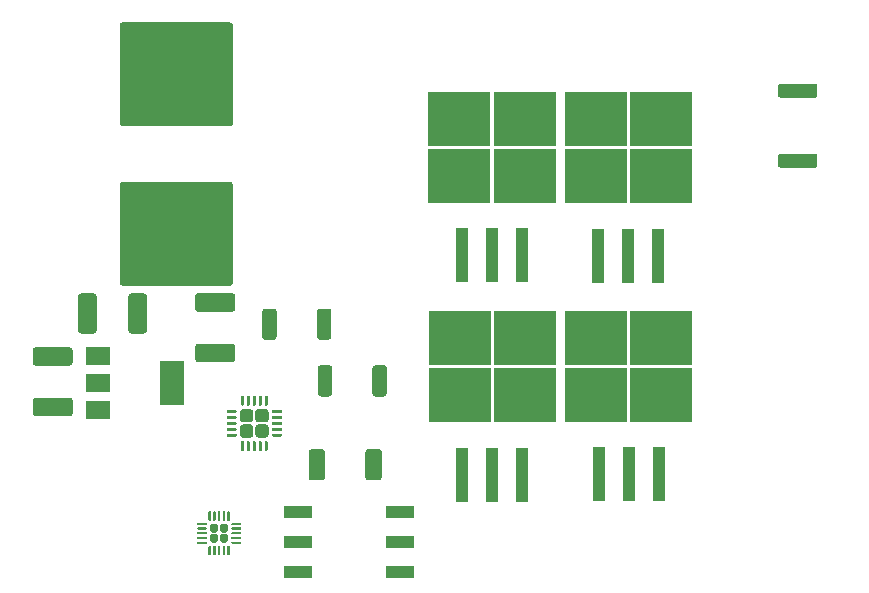
<source format=gtp>
G04 #@! TF.GenerationSoftware,KiCad,Pcbnew,(5.1.10)-1*
G04 #@! TF.CreationDate,2021-06-12T15:14:09-04:00*
G04 #@! TF.ProjectId,Motor Controller 2020,4d6f746f-7220-4436-9f6e-74726f6c6c65,rev?*
G04 #@! TF.SameCoordinates,Original*
G04 #@! TF.FileFunction,Paste,Top*
G04 #@! TF.FilePolarity,Positive*
%FSLAX46Y46*%
G04 Gerber Fmt 4.6, Leading zero omitted, Abs format (unit mm)*
G04 Created by KiCad (PCBNEW (5.1.10)-1) date 2021-06-12 15:14:09*
%MOMM*%
%LPD*%
G01*
G04 APERTURE LIST*
%ADD10C,3.100000*%
%ADD11R,2.440000X1.120000*%
%ADD12R,2.000000X3.800000*%
%ADD13R,2.000000X1.500000*%
%ADD14R,1.100000X4.600000*%
%ADD15R,5.250000X4.550000*%
%ADD16C,0.150000*%
G04 APERTURE END LIST*
D11*
X132505000Y-92202000D03*
X123895000Y-87122000D03*
X132505000Y-89662000D03*
X123895000Y-89662000D03*
X132505000Y-87122000D03*
X123895000Y-92202000D03*
D12*
X113259000Y-76200000D03*
D13*
X106959000Y-76200000D03*
X106959000Y-78500000D03*
X106959000Y-73900000D03*
G36*
G01*
X101673998Y-77423000D02*
X104574002Y-77423000D01*
G75*
G02*
X104824000Y-77672998I0J-249998D01*
G01*
X104824000Y-78748002D01*
G75*
G02*
X104574002Y-78998000I-249998J0D01*
G01*
X101673998Y-78998000D01*
G75*
G02*
X101424000Y-78748002I0J249998D01*
G01*
X101424000Y-77672998D01*
G75*
G02*
X101673998Y-77423000I249998J0D01*
G01*
G37*
G36*
G01*
X101673998Y-73148000D02*
X104574002Y-73148000D01*
G75*
G02*
X104824000Y-73397998I0J-249998D01*
G01*
X104824000Y-74473002D01*
G75*
G02*
X104574002Y-74723000I-249998J0D01*
G01*
X101673998Y-74723000D01*
G75*
G02*
X101424000Y-74473002I0J249998D01*
G01*
X101424000Y-73397998D01*
G75*
G02*
X101673998Y-73148000I249998J0D01*
G01*
G37*
G36*
G01*
X109049997Y-59150000D02*
X118150003Y-59150000D01*
G75*
G02*
X118400000Y-59399997I0J-249997D01*
G01*
X118400000Y-67700003D01*
G75*
G02*
X118150003Y-67950000I-249997J0D01*
G01*
X109049997Y-67950000D01*
G75*
G02*
X108800000Y-67700003I0J249997D01*
G01*
X108800000Y-59399997D01*
G75*
G02*
X109049997Y-59150000I249997J0D01*
G01*
G37*
G36*
G01*
X109049997Y-45650000D02*
X118150003Y-45650000D01*
G75*
G02*
X118400000Y-45899997I0J-249997D01*
G01*
X118400000Y-54200003D01*
G75*
G02*
X118150003Y-54450000I-249997J0D01*
G01*
X109049997Y-54450000D01*
G75*
G02*
X108800000Y-54200003I0J249997D01*
G01*
X108800000Y-45899997D01*
G75*
G02*
X109049997Y-45650000I249997J0D01*
G01*
G37*
D14*
X137795000Y-65376000D03*
X140335000Y-65376000D03*
X142875000Y-65376000D03*
D15*
X143110000Y-53801000D03*
X137560000Y-58651000D03*
X137560000Y-53801000D03*
X143110000Y-58651000D03*
X143129000Y-77205000D03*
X137579000Y-72355000D03*
X137579000Y-77205000D03*
X143129000Y-72355000D03*
D14*
X142894000Y-83930000D03*
X140354000Y-83930000D03*
X137814000Y-83930000D03*
D15*
X154648000Y-58663000D03*
X149098000Y-53813000D03*
X149098000Y-58663000D03*
X154648000Y-53813000D03*
D14*
X154413000Y-65388000D03*
X151873000Y-65388000D03*
X149333000Y-65388000D03*
X149352000Y-83918000D03*
X151892000Y-83918000D03*
X154432000Y-83918000D03*
D15*
X154667000Y-72343000D03*
X149117000Y-77193000D03*
X149117000Y-72343000D03*
X154667000Y-77193000D03*
G36*
G01*
X167625001Y-57975000D02*
X164774999Y-57975000D01*
G75*
G02*
X164525000Y-57725001I0J249999D01*
G01*
X164525000Y-56999999D01*
G75*
G02*
X164774999Y-56750000I249999J0D01*
G01*
X167625001Y-56750000D01*
G75*
G02*
X167875000Y-56999999I0J-249999D01*
G01*
X167875000Y-57725001D01*
G75*
G02*
X167625001Y-57975000I-249999J0D01*
G01*
G37*
G36*
G01*
X167625001Y-52050000D02*
X164774999Y-52050000D01*
G75*
G02*
X164525000Y-51800001I0J249999D01*
G01*
X164525000Y-51074999D01*
G75*
G02*
X164774999Y-50825000I249999J0D01*
G01*
X167625001Y-50825000D01*
G75*
G02*
X167875000Y-51074999I0J-249999D01*
G01*
X167875000Y-51800001D01*
G75*
G02*
X167625001Y-52050000I-249999J0D01*
G01*
G37*
G36*
G01*
X120875000Y-72275001D02*
X120875000Y-70124999D01*
G75*
G02*
X121124999Y-69875000I249999J0D01*
G01*
X121850001Y-69875000D01*
G75*
G02*
X122100000Y-70124999I0J-249999D01*
G01*
X122100000Y-72275001D01*
G75*
G02*
X121850001Y-72525000I-249999J0D01*
G01*
X121124999Y-72525000D01*
G75*
G02*
X120875000Y-72275001I0J249999D01*
G01*
G37*
G36*
G01*
X125500000Y-72275001D02*
X125500000Y-70124999D01*
G75*
G02*
X125749999Y-69875000I249999J0D01*
G01*
X126475001Y-69875000D01*
G75*
G02*
X126725000Y-70124999I0J-249999D01*
G01*
X126725000Y-72275001D01*
G75*
G02*
X126475001Y-72525000I-249999J0D01*
G01*
X125749999Y-72525000D01*
G75*
G02*
X125500000Y-72275001I0J249999D01*
G01*
G37*
G36*
G01*
X130200000Y-77075001D02*
X130200000Y-74924999D01*
G75*
G02*
X130449999Y-74675000I249999J0D01*
G01*
X131175001Y-74675000D01*
G75*
G02*
X131425000Y-74924999I0J-249999D01*
G01*
X131425000Y-77075001D01*
G75*
G02*
X131175001Y-77325000I-249999J0D01*
G01*
X130449999Y-77325000D01*
G75*
G02*
X130200000Y-77075001I0J249999D01*
G01*
G37*
G36*
G01*
X125575000Y-77075001D02*
X125575000Y-74924999D01*
G75*
G02*
X125824999Y-74675000I249999J0D01*
G01*
X126550001Y-74675000D01*
G75*
G02*
X126800000Y-74924999I0J-249999D01*
G01*
X126800000Y-77075001D01*
G75*
G02*
X126550001Y-77325000I-249999J0D01*
G01*
X125824999Y-77325000D01*
G75*
G02*
X125575000Y-77075001I0J249999D01*
G01*
G37*
G36*
G01*
X115449998Y-68575000D02*
X118350002Y-68575000D01*
G75*
G02*
X118600000Y-68824998I0J-249998D01*
G01*
X118600000Y-69900002D01*
G75*
G02*
X118350002Y-70150000I-249998J0D01*
G01*
X115449998Y-70150000D01*
G75*
G02*
X115200000Y-69900002I0J249998D01*
G01*
X115200000Y-68824998D01*
G75*
G02*
X115449998Y-68575000I249998J0D01*
G01*
G37*
G36*
G01*
X115449998Y-72850000D02*
X118350002Y-72850000D01*
G75*
G02*
X118600000Y-73099998I0J-249998D01*
G01*
X118600000Y-74175002D01*
G75*
G02*
X118350002Y-74425000I-249998J0D01*
G01*
X115449998Y-74425000D01*
G75*
G02*
X115200000Y-74175002I0J249998D01*
G01*
X115200000Y-73099998D01*
G75*
G02*
X115449998Y-72850000I249998J0D01*
G01*
G37*
G36*
G01*
X131000000Y-82024999D02*
X131000000Y-84175001D01*
G75*
G02*
X130750001Y-84425000I-249999J0D01*
G01*
X129849999Y-84425000D01*
G75*
G02*
X129600000Y-84175001I0J249999D01*
G01*
X129600000Y-82024999D01*
G75*
G02*
X129849999Y-81775000I249999J0D01*
G01*
X130750001Y-81775000D01*
G75*
G02*
X131000000Y-82024999I0J-249999D01*
G01*
G37*
G36*
G01*
X126200000Y-82024999D02*
X126200000Y-84175001D01*
G75*
G02*
X125950001Y-84425000I-249999J0D01*
G01*
X125049999Y-84425000D01*
G75*
G02*
X124800000Y-84175001I0J249999D01*
G01*
X124800000Y-82024999D01*
G75*
G02*
X125049999Y-81775000I249999J0D01*
G01*
X125950001Y-81775000D01*
G75*
G02*
X126200000Y-82024999I0J-249999D01*
G01*
G37*
G36*
G01*
X122550000Y-80537500D02*
X122550000Y-80662500D01*
G75*
G02*
X122487500Y-80725000I-62500J0D01*
G01*
X121762500Y-80725000D01*
G75*
G02*
X121700000Y-80662500I0J62500D01*
G01*
X121700000Y-80537500D01*
G75*
G02*
X121762500Y-80475000I62500J0D01*
G01*
X122487500Y-80475000D01*
G75*
G02*
X122550000Y-80537500I0J-62500D01*
G01*
G37*
G36*
G01*
X122550000Y-80037500D02*
X122550000Y-80162500D01*
G75*
G02*
X122487500Y-80225000I-62500J0D01*
G01*
X121762500Y-80225000D01*
G75*
G02*
X121700000Y-80162500I0J62500D01*
G01*
X121700000Y-80037500D01*
G75*
G02*
X121762500Y-79975000I62500J0D01*
G01*
X122487500Y-79975000D01*
G75*
G02*
X122550000Y-80037500I0J-62500D01*
G01*
G37*
G36*
G01*
X122550000Y-79537500D02*
X122550000Y-79662500D01*
G75*
G02*
X122487500Y-79725000I-62500J0D01*
G01*
X121762500Y-79725000D01*
G75*
G02*
X121700000Y-79662500I0J62500D01*
G01*
X121700000Y-79537500D01*
G75*
G02*
X121762500Y-79475000I62500J0D01*
G01*
X122487500Y-79475000D01*
G75*
G02*
X122550000Y-79537500I0J-62500D01*
G01*
G37*
G36*
G01*
X122550000Y-79037500D02*
X122550000Y-79162500D01*
G75*
G02*
X122487500Y-79225000I-62500J0D01*
G01*
X121762500Y-79225000D01*
G75*
G02*
X121700000Y-79162500I0J62500D01*
G01*
X121700000Y-79037500D01*
G75*
G02*
X121762500Y-78975000I62500J0D01*
G01*
X122487500Y-78975000D01*
G75*
G02*
X122550000Y-79037500I0J-62500D01*
G01*
G37*
G36*
G01*
X122550000Y-78537500D02*
X122550000Y-78662500D01*
G75*
G02*
X122487500Y-78725000I-62500J0D01*
G01*
X121762500Y-78725000D01*
G75*
G02*
X121700000Y-78662500I0J62500D01*
G01*
X121700000Y-78537500D01*
G75*
G02*
X121762500Y-78475000I62500J0D01*
G01*
X122487500Y-78475000D01*
G75*
G02*
X122550000Y-78537500I0J-62500D01*
G01*
G37*
G36*
G01*
X121325000Y-77312500D02*
X121325000Y-78037500D01*
G75*
G02*
X121262500Y-78100000I-62500J0D01*
G01*
X121137500Y-78100000D01*
G75*
G02*
X121075000Y-78037500I0J62500D01*
G01*
X121075000Y-77312500D01*
G75*
G02*
X121137500Y-77250000I62500J0D01*
G01*
X121262500Y-77250000D01*
G75*
G02*
X121325000Y-77312500I0J-62500D01*
G01*
G37*
G36*
G01*
X120825000Y-77312500D02*
X120825000Y-78037500D01*
G75*
G02*
X120762500Y-78100000I-62500J0D01*
G01*
X120637500Y-78100000D01*
G75*
G02*
X120575000Y-78037500I0J62500D01*
G01*
X120575000Y-77312500D01*
G75*
G02*
X120637500Y-77250000I62500J0D01*
G01*
X120762500Y-77250000D01*
G75*
G02*
X120825000Y-77312500I0J-62500D01*
G01*
G37*
G36*
G01*
X120325000Y-77312500D02*
X120325000Y-78037500D01*
G75*
G02*
X120262500Y-78100000I-62500J0D01*
G01*
X120137500Y-78100000D01*
G75*
G02*
X120075000Y-78037500I0J62500D01*
G01*
X120075000Y-77312500D01*
G75*
G02*
X120137500Y-77250000I62500J0D01*
G01*
X120262500Y-77250000D01*
G75*
G02*
X120325000Y-77312500I0J-62500D01*
G01*
G37*
G36*
G01*
X119825000Y-77312500D02*
X119825000Y-78037500D01*
G75*
G02*
X119762500Y-78100000I-62500J0D01*
G01*
X119637500Y-78100000D01*
G75*
G02*
X119575000Y-78037500I0J62500D01*
G01*
X119575000Y-77312500D01*
G75*
G02*
X119637500Y-77250000I62500J0D01*
G01*
X119762500Y-77250000D01*
G75*
G02*
X119825000Y-77312500I0J-62500D01*
G01*
G37*
G36*
G01*
X119325000Y-77312500D02*
X119325000Y-78037500D01*
G75*
G02*
X119262500Y-78100000I-62500J0D01*
G01*
X119137500Y-78100000D01*
G75*
G02*
X119075000Y-78037500I0J62500D01*
G01*
X119075000Y-77312500D01*
G75*
G02*
X119137500Y-77250000I62500J0D01*
G01*
X119262500Y-77250000D01*
G75*
G02*
X119325000Y-77312500I0J-62500D01*
G01*
G37*
G36*
G01*
X118700000Y-78537500D02*
X118700000Y-78662500D01*
G75*
G02*
X118637500Y-78725000I-62500J0D01*
G01*
X117912500Y-78725000D01*
G75*
G02*
X117850000Y-78662500I0J62500D01*
G01*
X117850000Y-78537500D01*
G75*
G02*
X117912500Y-78475000I62500J0D01*
G01*
X118637500Y-78475000D01*
G75*
G02*
X118700000Y-78537500I0J-62500D01*
G01*
G37*
G36*
G01*
X118700000Y-79037500D02*
X118700000Y-79162500D01*
G75*
G02*
X118637500Y-79225000I-62500J0D01*
G01*
X117912500Y-79225000D01*
G75*
G02*
X117850000Y-79162500I0J62500D01*
G01*
X117850000Y-79037500D01*
G75*
G02*
X117912500Y-78975000I62500J0D01*
G01*
X118637500Y-78975000D01*
G75*
G02*
X118700000Y-79037500I0J-62500D01*
G01*
G37*
G36*
G01*
X118700000Y-79537500D02*
X118700000Y-79662500D01*
G75*
G02*
X118637500Y-79725000I-62500J0D01*
G01*
X117912500Y-79725000D01*
G75*
G02*
X117850000Y-79662500I0J62500D01*
G01*
X117850000Y-79537500D01*
G75*
G02*
X117912500Y-79475000I62500J0D01*
G01*
X118637500Y-79475000D01*
G75*
G02*
X118700000Y-79537500I0J-62500D01*
G01*
G37*
G36*
G01*
X118700000Y-80037500D02*
X118700000Y-80162500D01*
G75*
G02*
X118637500Y-80225000I-62500J0D01*
G01*
X117912500Y-80225000D01*
G75*
G02*
X117850000Y-80162500I0J62500D01*
G01*
X117850000Y-80037500D01*
G75*
G02*
X117912500Y-79975000I62500J0D01*
G01*
X118637500Y-79975000D01*
G75*
G02*
X118700000Y-80037500I0J-62500D01*
G01*
G37*
G36*
G01*
X118700000Y-80537500D02*
X118700000Y-80662500D01*
G75*
G02*
X118637500Y-80725000I-62500J0D01*
G01*
X117912500Y-80725000D01*
G75*
G02*
X117850000Y-80662500I0J62500D01*
G01*
X117850000Y-80537500D01*
G75*
G02*
X117912500Y-80475000I62500J0D01*
G01*
X118637500Y-80475000D01*
G75*
G02*
X118700000Y-80537500I0J-62500D01*
G01*
G37*
G36*
G01*
X119325000Y-81162500D02*
X119325000Y-81887500D01*
G75*
G02*
X119262500Y-81950000I-62500J0D01*
G01*
X119137500Y-81950000D01*
G75*
G02*
X119075000Y-81887500I0J62500D01*
G01*
X119075000Y-81162500D01*
G75*
G02*
X119137500Y-81100000I62500J0D01*
G01*
X119262500Y-81100000D01*
G75*
G02*
X119325000Y-81162500I0J-62500D01*
G01*
G37*
G36*
G01*
X119825000Y-81162500D02*
X119825000Y-81887500D01*
G75*
G02*
X119762500Y-81950000I-62500J0D01*
G01*
X119637500Y-81950000D01*
G75*
G02*
X119575000Y-81887500I0J62500D01*
G01*
X119575000Y-81162500D01*
G75*
G02*
X119637500Y-81100000I62500J0D01*
G01*
X119762500Y-81100000D01*
G75*
G02*
X119825000Y-81162500I0J-62500D01*
G01*
G37*
G36*
G01*
X120325000Y-81162500D02*
X120325000Y-81887500D01*
G75*
G02*
X120262500Y-81950000I-62500J0D01*
G01*
X120137500Y-81950000D01*
G75*
G02*
X120075000Y-81887500I0J62500D01*
G01*
X120075000Y-81162500D01*
G75*
G02*
X120137500Y-81100000I62500J0D01*
G01*
X120262500Y-81100000D01*
G75*
G02*
X120325000Y-81162500I0J-62500D01*
G01*
G37*
G36*
G01*
X120825000Y-81162500D02*
X120825000Y-81887500D01*
G75*
G02*
X120762500Y-81950000I-62500J0D01*
G01*
X120637500Y-81950000D01*
G75*
G02*
X120575000Y-81887500I0J62500D01*
G01*
X120575000Y-81162500D01*
G75*
G02*
X120637500Y-81100000I62500J0D01*
G01*
X120762500Y-81100000D01*
G75*
G02*
X120825000Y-81162500I0J-62500D01*
G01*
G37*
G36*
G01*
X121325000Y-81162500D02*
X121325000Y-81887500D01*
G75*
G02*
X121262500Y-81950000I-62500J0D01*
G01*
X121137500Y-81950000D01*
G75*
G02*
X121075000Y-81887500I0J62500D01*
G01*
X121075000Y-81162500D01*
G75*
G02*
X121137500Y-81100000I62500J0D01*
G01*
X121262500Y-81100000D01*
G75*
G02*
X121325000Y-81162500I0J-62500D01*
G01*
G37*
G36*
G01*
X121415000Y-79935000D02*
X121415000Y-80565000D01*
G75*
G02*
X121165000Y-80815000I-250000J0D01*
G01*
X120535000Y-80815000D01*
G75*
G02*
X120285000Y-80565000I0J250000D01*
G01*
X120285000Y-79935000D01*
G75*
G02*
X120535000Y-79685000I250000J0D01*
G01*
X121165000Y-79685000D01*
G75*
G02*
X121415000Y-79935000I0J-250000D01*
G01*
G37*
G36*
G01*
X121415000Y-78635000D02*
X121415000Y-79265000D01*
G75*
G02*
X121165000Y-79515000I-250000J0D01*
G01*
X120535000Y-79515000D01*
G75*
G02*
X120285000Y-79265000I0J250000D01*
G01*
X120285000Y-78635000D01*
G75*
G02*
X120535000Y-78385000I250000J0D01*
G01*
X121165000Y-78385000D01*
G75*
G02*
X121415000Y-78635000I0J-250000D01*
G01*
G37*
G36*
G01*
X120115000Y-79935000D02*
X120115000Y-80565000D01*
G75*
G02*
X119865000Y-80815000I-250000J0D01*
G01*
X119235000Y-80815000D01*
G75*
G02*
X118985000Y-80565000I0J250000D01*
G01*
X118985000Y-79935000D01*
G75*
G02*
X119235000Y-79685000I250000J0D01*
G01*
X119865000Y-79685000D01*
G75*
G02*
X120115000Y-79935000I0J-250000D01*
G01*
G37*
G36*
G01*
X120115000Y-78635000D02*
X120115000Y-79265000D01*
G75*
G02*
X119865000Y-79515000I-250000J0D01*
G01*
X119235000Y-79515000D01*
G75*
G02*
X118985000Y-79265000I0J250000D01*
G01*
X118985000Y-78635000D01*
G75*
G02*
X119235000Y-78385000I250000J0D01*
G01*
X119865000Y-78385000D01*
G75*
G02*
X120115000Y-78635000I0J-250000D01*
G01*
G37*
G36*
G01*
X105275000Y-71750002D02*
X105275000Y-68849998D01*
G75*
G02*
X105524998Y-68600000I249998J0D01*
G01*
X106600002Y-68600000D01*
G75*
G02*
X106850000Y-68849998I0J-249998D01*
G01*
X106850000Y-71750002D01*
G75*
G02*
X106600002Y-72000000I-249998J0D01*
G01*
X105524998Y-72000000D01*
G75*
G02*
X105275000Y-71750002I0J249998D01*
G01*
G37*
G36*
G01*
X109550000Y-71750002D02*
X109550000Y-68849998D01*
G75*
G02*
X109799998Y-68600000I249998J0D01*
G01*
X110875002Y-68600000D01*
G75*
G02*
X111125000Y-68849998I0J-249998D01*
G01*
X111125000Y-71750002D01*
G75*
G02*
X110875002Y-72000000I-249998J0D01*
G01*
X109799998Y-72000000D01*
G75*
G02*
X109550000Y-71750002I0J249998D01*
G01*
G37*
D16*
G36*
X118361956Y-89799039D02*
G01*
X118352577Y-89796194D01*
X118343932Y-89791573D01*
X118336356Y-89785355D01*
X118285645Y-89734644D01*
X118279427Y-89727068D01*
X118274806Y-89718423D01*
X118271961Y-89709044D01*
X118271000Y-89699289D01*
X118271000Y-89650000D01*
X118271961Y-89640245D01*
X118274806Y-89630866D01*
X118279427Y-89622221D01*
X118285645Y-89614645D01*
X118293221Y-89608427D01*
X118301866Y-89603806D01*
X118311245Y-89600961D01*
X118321000Y-89600000D01*
X119021000Y-89600000D01*
X119030755Y-89600961D01*
X119040134Y-89603806D01*
X119048779Y-89608427D01*
X119056355Y-89614645D01*
X119062573Y-89622221D01*
X119067194Y-89630866D01*
X119070039Y-89640245D01*
X119071000Y-89650000D01*
X119071000Y-89750000D01*
X119070039Y-89759755D01*
X119067194Y-89769134D01*
X119062573Y-89777779D01*
X119056355Y-89785355D01*
X119048779Y-89791573D01*
X119040134Y-89796194D01*
X119030755Y-89799039D01*
X119021000Y-89800000D01*
X118371711Y-89800000D01*
X118361956Y-89799039D01*
G37*
G36*
G01*
X119071000Y-89250000D02*
X119071000Y-89350000D01*
G75*
G02*
X119021000Y-89400000I-50000J0D01*
G01*
X118321000Y-89400000D01*
G75*
G02*
X118271000Y-89350000I0J50000D01*
G01*
X118271000Y-89250000D01*
G75*
G02*
X118321000Y-89200000I50000J0D01*
G01*
X119021000Y-89200000D01*
G75*
G02*
X119071000Y-89250000I0J-50000D01*
G01*
G37*
G36*
G01*
X119071000Y-88850000D02*
X119071000Y-88950000D01*
G75*
G02*
X119021000Y-89000000I-50000J0D01*
G01*
X118321000Y-89000000D01*
G75*
G02*
X118271000Y-88950000I0J50000D01*
G01*
X118271000Y-88850000D01*
G75*
G02*
X118321000Y-88800000I50000J0D01*
G01*
X119021000Y-88800000D01*
G75*
G02*
X119071000Y-88850000I0J-50000D01*
G01*
G37*
G36*
G01*
X119071000Y-88450000D02*
X119071000Y-88550000D01*
G75*
G02*
X119021000Y-88600000I-50000J0D01*
G01*
X118321000Y-88600000D01*
G75*
G02*
X118271000Y-88550000I0J50000D01*
G01*
X118271000Y-88450000D01*
G75*
G02*
X118321000Y-88400000I50000J0D01*
G01*
X119021000Y-88400000D01*
G75*
G02*
X119071000Y-88450000I0J-50000D01*
G01*
G37*
G36*
X118311245Y-88199039D02*
G01*
X118301866Y-88196194D01*
X118293221Y-88191573D01*
X118285645Y-88185355D01*
X118279427Y-88177779D01*
X118274806Y-88169134D01*
X118271961Y-88159755D01*
X118271000Y-88150000D01*
X118271000Y-88100711D01*
X118271961Y-88090956D01*
X118274806Y-88081577D01*
X118279427Y-88072932D01*
X118285645Y-88065356D01*
X118336356Y-88014645D01*
X118343932Y-88008427D01*
X118352577Y-88003806D01*
X118361956Y-88000961D01*
X118371711Y-88000000D01*
X119021000Y-88000000D01*
X119030755Y-88000961D01*
X119040134Y-88003806D01*
X119048779Y-88008427D01*
X119056355Y-88014645D01*
X119062573Y-88022221D01*
X119067194Y-88030866D01*
X119070039Y-88040245D01*
X119071000Y-88050000D01*
X119071000Y-88150000D01*
X119070039Y-88159755D01*
X119067194Y-88169134D01*
X119062573Y-88177779D01*
X119056355Y-88185355D01*
X119048779Y-88191573D01*
X119040134Y-88196194D01*
X119030755Y-88199039D01*
X119021000Y-88200000D01*
X118321000Y-88200000D01*
X118311245Y-88199039D01*
G37*
G36*
X117961245Y-87849039D02*
G01*
X117951866Y-87846194D01*
X117943221Y-87841573D01*
X117935645Y-87835355D01*
X117929427Y-87827779D01*
X117924806Y-87819134D01*
X117921961Y-87809755D01*
X117921000Y-87800000D01*
X117921000Y-87100000D01*
X117921961Y-87090245D01*
X117924806Y-87080866D01*
X117929427Y-87072221D01*
X117935645Y-87064645D01*
X117943221Y-87058427D01*
X117951866Y-87053806D01*
X117961245Y-87050961D01*
X117971000Y-87050000D01*
X118071000Y-87050000D01*
X118080755Y-87050961D01*
X118090134Y-87053806D01*
X118098779Y-87058427D01*
X118106355Y-87064645D01*
X118112573Y-87072221D01*
X118117194Y-87080866D01*
X118120039Y-87090245D01*
X118121000Y-87100000D01*
X118121000Y-87749289D01*
X118120039Y-87759044D01*
X118117194Y-87768423D01*
X118112573Y-87777068D01*
X118106355Y-87784644D01*
X118055644Y-87835355D01*
X118048068Y-87841573D01*
X118039423Y-87846194D01*
X118030044Y-87849039D01*
X118020289Y-87850000D01*
X117971000Y-87850000D01*
X117961245Y-87849039D01*
G37*
G36*
G01*
X117721000Y-87100000D02*
X117721000Y-87800000D01*
G75*
G02*
X117671000Y-87850000I-50000J0D01*
G01*
X117571000Y-87850000D01*
G75*
G02*
X117521000Y-87800000I0J50000D01*
G01*
X117521000Y-87100000D01*
G75*
G02*
X117571000Y-87050000I50000J0D01*
G01*
X117671000Y-87050000D01*
G75*
G02*
X117721000Y-87100000I0J-50000D01*
G01*
G37*
G36*
G01*
X117321000Y-87100000D02*
X117321000Y-87800000D01*
G75*
G02*
X117271000Y-87850000I-50000J0D01*
G01*
X117171000Y-87850000D01*
G75*
G02*
X117121000Y-87800000I0J50000D01*
G01*
X117121000Y-87100000D01*
G75*
G02*
X117171000Y-87050000I50000J0D01*
G01*
X117271000Y-87050000D01*
G75*
G02*
X117321000Y-87100000I0J-50000D01*
G01*
G37*
G36*
G01*
X116921000Y-87100000D02*
X116921000Y-87800000D01*
G75*
G02*
X116871000Y-87850000I-50000J0D01*
G01*
X116771000Y-87850000D01*
G75*
G02*
X116721000Y-87800000I0J50000D01*
G01*
X116721000Y-87100000D01*
G75*
G02*
X116771000Y-87050000I50000J0D01*
G01*
X116871000Y-87050000D01*
G75*
G02*
X116921000Y-87100000I0J-50000D01*
G01*
G37*
G36*
X116411956Y-87849039D02*
G01*
X116402577Y-87846194D01*
X116393932Y-87841573D01*
X116386356Y-87835355D01*
X116335645Y-87784644D01*
X116329427Y-87777068D01*
X116324806Y-87768423D01*
X116321961Y-87759044D01*
X116321000Y-87749289D01*
X116321000Y-87100000D01*
X116321961Y-87090245D01*
X116324806Y-87080866D01*
X116329427Y-87072221D01*
X116335645Y-87064645D01*
X116343221Y-87058427D01*
X116351866Y-87053806D01*
X116361245Y-87050961D01*
X116371000Y-87050000D01*
X116471000Y-87050000D01*
X116480755Y-87050961D01*
X116490134Y-87053806D01*
X116498779Y-87058427D01*
X116506355Y-87064645D01*
X116512573Y-87072221D01*
X116517194Y-87080866D01*
X116520039Y-87090245D01*
X116521000Y-87100000D01*
X116521000Y-87800000D01*
X116520039Y-87809755D01*
X116517194Y-87819134D01*
X116512573Y-87827779D01*
X116506355Y-87835355D01*
X116498779Y-87841573D01*
X116490134Y-87846194D01*
X116480755Y-87849039D01*
X116471000Y-87850000D01*
X116421711Y-87850000D01*
X116411956Y-87849039D01*
G37*
G36*
X115411245Y-88199039D02*
G01*
X115401866Y-88196194D01*
X115393221Y-88191573D01*
X115385645Y-88185355D01*
X115379427Y-88177779D01*
X115374806Y-88169134D01*
X115371961Y-88159755D01*
X115371000Y-88150000D01*
X115371000Y-88050000D01*
X115371961Y-88040245D01*
X115374806Y-88030866D01*
X115379427Y-88022221D01*
X115385645Y-88014645D01*
X115393221Y-88008427D01*
X115401866Y-88003806D01*
X115411245Y-88000961D01*
X115421000Y-88000000D01*
X116070289Y-88000000D01*
X116080044Y-88000961D01*
X116089423Y-88003806D01*
X116098068Y-88008427D01*
X116105644Y-88014645D01*
X116156355Y-88065356D01*
X116162573Y-88072932D01*
X116167194Y-88081577D01*
X116170039Y-88090956D01*
X116171000Y-88100711D01*
X116171000Y-88150000D01*
X116170039Y-88159755D01*
X116167194Y-88169134D01*
X116162573Y-88177779D01*
X116156355Y-88185355D01*
X116148779Y-88191573D01*
X116140134Y-88196194D01*
X116130755Y-88199039D01*
X116121000Y-88200000D01*
X115421000Y-88200000D01*
X115411245Y-88199039D01*
G37*
G36*
G01*
X116171000Y-88450000D02*
X116171000Y-88550000D01*
G75*
G02*
X116121000Y-88600000I-50000J0D01*
G01*
X115421000Y-88600000D01*
G75*
G02*
X115371000Y-88550000I0J50000D01*
G01*
X115371000Y-88450000D01*
G75*
G02*
X115421000Y-88400000I50000J0D01*
G01*
X116121000Y-88400000D01*
G75*
G02*
X116171000Y-88450000I0J-50000D01*
G01*
G37*
G36*
G01*
X116171000Y-88850000D02*
X116171000Y-88950000D01*
G75*
G02*
X116121000Y-89000000I-50000J0D01*
G01*
X115421000Y-89000000D01*
G75*
G02*
X115371000Y-88950000I0J50000D01*
G01*
X115371000Y-88850000D01*
G75*
G02*
X115421000Y-88800000I50000J0D01*
G01*
X116121000Y-88800000D01*
G75*
G02*
X116171000Y-88850000I0J-50000D01*
G01*
G37*
G36*
G01*
X116171000Y-89250000D02*
X116171000Y-89350000D01*
G75*
G02*
X116121000Y-89400000I-50000J0D01*
G01*
X115421000Y-89400000D01*
G75*
G02*
X115371000Y-89350000I0J50000D01*
G01*
X115371000Y-89250000D01*
G75*
G02*
X115421000Y-89200000I50000J0D01*
G01*
X116121000Y-89200000D01*
G75*
G02*
X116171000Y-89250000I0J-50000D01*
G01*
G37*
G36*
X115411245Y-89799039D02*
G01*
X115401866Y-89796194D01*
X115393221Y-89791573D01*
X115385645Y-89785355D01*
X115379427Y-89777779D01*
X115374806Y-89769134D01*
X115371961Y-89759755D01*
X115371000Y-89750000D01*
X115371000Y-89650000D01*
X115371961Y-89640245D01*
X115374806Y-89630866D01*
X115379427Y-89622221D01*
X115385645Y-89614645D01*
X115393221Y-89608427D01*
X115401866Y-89603806D01*
X115411245Y-89600961D01*
X115421000Y-89600000D01*
X116121000Y-89600000D01*
X116130755Y-89600961D01*
X116140134Y-89603806D01*
X116148779Y-89608427D01*
X116156355Y-89614645D01*
X116162573Y-89622221D01*
X116167194Y-89630866D01*
X116170039Y-89640245D01*
X116171000Y-89650000D01*
X116171000Y-89699289D01*
X116170039Y-89709044D01*
X116167194Y-89718423D01*
X116162573Y-89727068D01*
X116156355Y-89734644D01*
X116105644Y-89785355D01*
X116098068Y-89791573D01*
X116089423Y-89796194D01*
X116080044Y-89799039D01*
X116070289Y-89800000D01*
X115421000Y-89800000D01*
X115411245Y-89799039D01*
G37*
G36*
X116361245Y-90749039D02*
G01*
X116351866Y-90746194D01*
X116343221Y-90741573D01*
X116335645Y-90735355D01*
X116329427Y-90727779D01*
X116324806Y-90719134D01*
X116321961Y-90709755D01*
X116321000Y-90700000D01*
X116321000Y-90050711D01*
X116321961Y-90040956D01*
X116324806Y-90031577D01*
X116329427Y-90022932D01*
X116335645Y-90015356D01*
X116386356Y-89964645D01*
X116393932Y-89958427D01*
X116402577Y-89953806D01*
X116411956Y-89950961D01*
X116421711Y-89950000D01*
X116471000Y-89950000D01*
X116480755Y-89950961D01*
X116490134Y-89953806D01*
X116498779Y-89958427D01*
X116506355Y-89964645D01*
X116512573Y-89972221D01*
X116517194Y-89980866D01*
X116520039Y-89990245D01*
X116521000Y-90000000D01*
X116521000Y-90700000D01*
X116520039Y-90709755D01*
X116517194Y-90719134D01*
X116512573Y-90727779D01*
X116506355Y-90735355D01*
X116498779Y-90741573D01*
X116490134Y-90746194D01*
X116480755Y-90749039D01*
X116471000Y-90750000D01*
X116371000Y-90750000D01*
X116361245Y-90749039D01*
G37*
G36*
G01*
X116921000Y-90000000D02*
X116921000Y-90700000D01*
G75*
G02*
X116871000Y-90750000I-50000J0D01*
G01*
X116771000Y-90750000D01*
G75*
G02*
X116721000Y-90700000I0J50000D01*
G01*
X116721000Y-90000000D01*
G75*
G02*
X116771000Y-89950000I50000J0D01*
G01*
X116871000Y-89950000D01*
G75*
G02*
X116921000Y-90000000I0J-50000D01*
G01*
G37*
G36*
G01*
X117321000Y-90000000D02*
X117321000Y-90700000D01*
G75*
G02*
X117271000Y-90750000I-50000J0D01*
G01*
X117171000Y-90750000D01*
G75*
G02*
X117121000Y-90700000I0J50000D01*
G01*
X117121000Y-90000000D01*
G75*
G02*
X117171000Y-89950000I50000J0D01*
G01*
X117271000Y-89950000D01*
G75*
G02*
X117321000Y-90000000I0J-50000D01*
G01*
G37*
G36*
G01*
X117721000Y-90000000D02*
X117721000Y-90700000D01*
G75*
G02*
X117671000Y-90750000I-50000J0D01*
G01*
X117571000Y-90750000D01*
G75*
G02*
X117521000Y-90700000I0J50000D01*
G01*
X117521000Y-90000000D01*
G75*
G02*
X117571000Y-89950000I50000J0D01*
G01*
X117671000Y-89950000D01*
G75*
G02*
X117721000Y-90000000I0J-50000D01*
G01*
G37*
G36*
X117961245Y-90749039D02*
G01*
X117951866Y-90746194D01*
X117943221Y-90741573D01*
X117935645Y-90735355D01*
X117929427Y-90727779D01*
X117924806Y-90719134D01*
X117921961Y-90709755D01*
X117921000Y-90700000D01*
X117921000Y-90000000D01*
X117921961Y-89990245D01*
X117924806Y-89980866D01*
X117929427Y-89972221D01*
X117935645Y-89964645D01*
X117943221Y-89958427D01*
X117951866Y-89953806D01*
X117961245Y-89950961D01*
X117971000Y-89950000D01*
X118020289Y-89950000D01*
X118030044Y-89950961D01*
X118039423Y-89953806D01*
X118048068Y-89958427D01*
X118055644Y-89964645D01*
X118106355Y-90015356D01*
X118112573Y-90022932D01*
X118117194Y-90031577D01*
X118120039Y-90040956D01*
X118121000Y-90050711D01*
X118121000Y-90700000D01*
X118120039Y-90709755D01*
X118117194Y-90719134D01*
X118112573Y-90727779D01*
X118106355Y-90735355D01*
X118098779Y-90741573D01*
X118090134Y-90746194D01*
X118080755Y-90749039D01*
X118071000Y-90750000D01*
X117971000Y-90750000D01*
X117961245Y-90749039D01*
G37*
G36*
G01*
X118016000Y-89140000D02*
X118016000Y-89510000D01*
G75*
G02*
X117831000Y-89695000I-185000J0D01*
G01*
X117461000Y-89695000D01*
G75*
G02*
X117276000Y-89510000I0J185000D01*
G01*
X117276000Y-89140000D01*
G75*
G02*
X117461000Y-88955000I185000J0D01*
G01*
X117831000Y-88955000D01*
G75*
G02*
X118016000Y-89140000I0J-185000D01*
G01*
G37*
G36*
G01*
X118016000Y-88290000D02*
X118016000Y-88660000D01*
G75*
G02*
X117831000Y-88845000I-185000J0D01*
G01*
X117461000Y-88845000D01*
G75*
G02*
X117276000Y-88660000I0J185000D01*
G01*
X117276000Y-88290000D01*
G75*
G02*
X117461000Y-88105000I185000J0D01*
G01*
X117831000Y-88105000D01*
G75*
G02*
X118016000Y-88290000I0J-185000D01*
G01*
G37*
G36*
G01*
X117166000Y-89140000D02*
X117166000Y-89510000D01*
G75*
G02*
X116981000Y-89695000I-185000J0D01*
G01*
X116611000Y-89695000D01*
G75*
G02*
X116426000Y-89510000I0J185000D01*
G01*
X116426000Y-89140000D01*
G75*
G02*
X116611000Y-88955000I185000J0D01*
G01*
X116981000Y-88955000D01*
G75*
G02*
X117166000Y-89140000I0J-185000D01*
G01*
G37*
G36*
G01*
X117166000Y-88290000D02*
X117166000Y-88660000D01*
G75*
G02*
X116981000Y-88845000I-185000J0D01*
G01*
X116611000Y-88845000D01*
G75*
G02*
X116426000Y-88660000I0J185000D01*
G01*
X116426000Y-88290000D01*
G75*
G02*
X116611000Y-88105000I185000J0D01*
G01*
X116981000Y-88105000D01*
G75*
G02*
X117166000Y-88290000I0J-185000D01*
G01*
G37*
M02*

</source>
